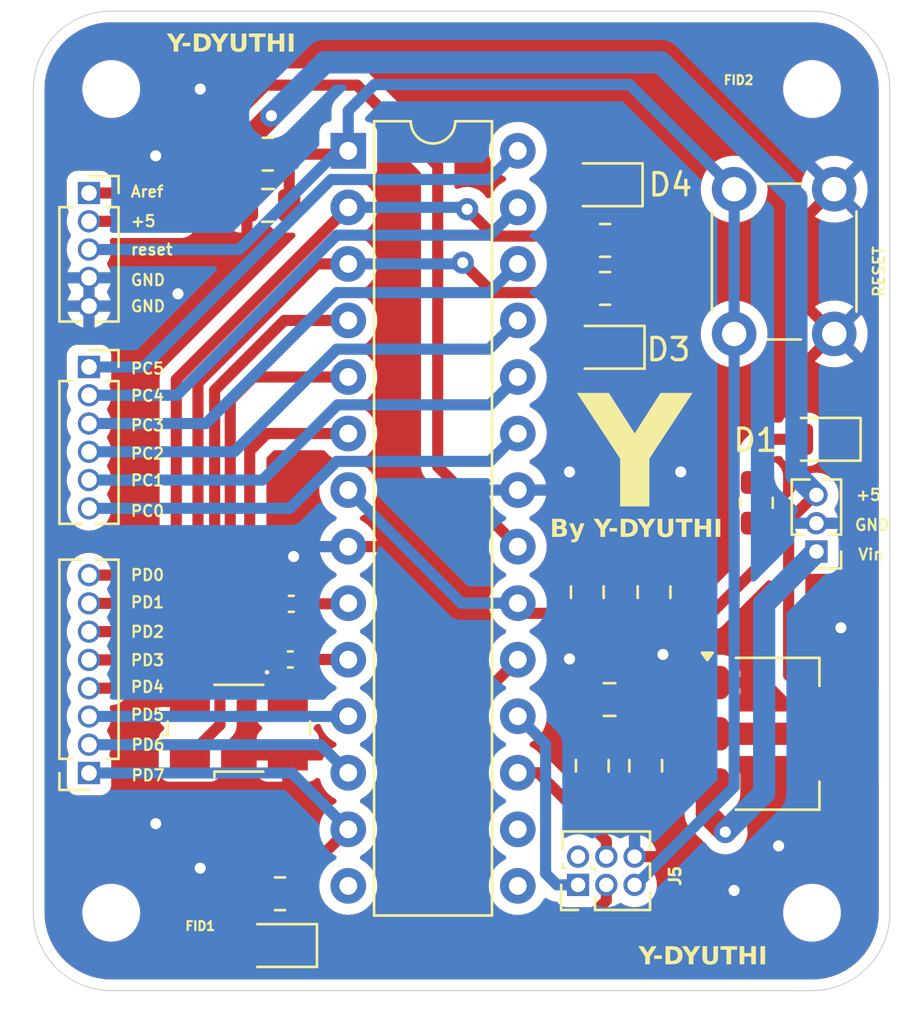
<source format=kicad_pcb>
(kicad_pcb (version 20240108) (generator "pcbnew") (generator_version "8.0")
  (layers (0 "F.Cu" signal) (31 "B.Cu" signal) (34 "B.Paste" user) (35 "F.Paste" user) (36 "B.SilkS" user "B.Silkscreen") (37 "F.SilkS" user "F.Silkscreen") (38 "B.Mask" user) (39 "F.Mask" user) (44 "Edge.Cuts" user))
  (net 0 "")
  (net 1 "Net-(J1-Pin_1)")
  (net 2 "+5V")
  (net 3 "clkin1")
  (net 4 "GND")
  (net 5 "clkin2")
  (net 6 "reset")
  (net 7 "Net-(D1-A)")
  (net 8 "Net-(D2-A)")
  (net 9 "Net-(D3-A)")
  (net 10 "Net-(D4-A)")
  (net 11 "Net-(J2-Pin_2)")
  (net 12 "Net-(J2-Pin_4)")
  (net 13 "Net-(J2-Pin_1)")
  (net 14 "Net-(J2-Pin_5)")
  (net 15 "Net-(J2-Pin_6)")
  (net 16 "Net-(J2-Pin_3)")
  (net 17 "Net-(J3-Pin_5)")
  (net 18 "Net-(J3-Pin_2)")
  (net 19 "Net-(J3-Pin_3)")
  (net 20 "Net-(J3-Pin_7)")
  (net 21 "Net-(J3-Pin_1)")
  (net 22 "Net-(J3-Pin_4)")
  (net 23 "Net-(J3-Pin_8)")
  (net 24 "Net-(J3-Pin_6)")
  (net 28 "Net-(J4-Pin_1)")
  (net 29 "MOSI")
  (net 30 "SCK")
  (net 31 "MISO")
  (footprint "Connector_PinSocket_1.27mm:PinSocket_1x05_P1.27mm_Vertical" (layer "F.Cu") (at 124 82.67)
    (property "Reference" "J4" (hide yes))
    (property "Value" "extr" (hide yes))
    (fp_line (start -1.33 0.635) (end -1.33 5.775) (stroke (width 0.12)) (layer "F.SilkS"))
    (fp_line (start -1.33 0.635) (end -0.76 0.635) (stroke (width 0.12)) (layer "F.SilkS"))
    (fp_line (start -1.33 5.775) (end -0.30753 5.775) (stroke (width 0.12)) (layer "F.SilkS"))
    (fp_line (start 0 -0.76) (end 1.33 -0.76) (stroke (width 0.12)) (layer "F.SilkS"))
    (fp_line (start 0.30753 5.775) (end 1.33 5.775) (stroke (width 0.12)) (layer "F.SilkS"))
    (fp_line (start 0.76 0.635) (end 1.33 0.635) (stroke (width 0.12)) (layer "F.SilkS"))
    (fp_line (start 1.33 -0.76) (end 1.33 0) (stroke (width 0.12)) (layer "F.SilkS"))
    (fp_line (start 1.33 0.635) (end 1.33 5.775) (stroke (width 0.12)) (layer "F.SilkS"))
    (pad "1" thru_hole rect (at 0 0) (size 1 1) (drill 0.7) (layers "*.Cu" "*.Mask") (net 28 "Net-(J4-Pin_1)"))
    (pad "2" thru_hole oval (at 0 1.27) (size 1 1) (drill 0.7) (layers "*.Cu" "*.Mask") (net 2 "+5V"))
    (pad "3" thru_hole oval (at 0 2.54) (size 1 1) (drill 0.7) (layers "*.Cu" "*.Mask") (net 6 "reset"))
    (pad "4" thru_hole oval (at 0 3.81) (size 1 1) (drill 0.7) (layers "*.Cu" "*.Mask") (net 4 "GND"))
    (pad "5" thru_hole oval (at 0 5.08) (size 1 1) (drill 0.7) (layers "*.Cu" "*.Mask") (net 4 "GND"))
  )
  (footprint "MountingHole:MountingHole_2.1mm" (layer "F.Cu") (at 156.5 115)
    (property "Reference" "H4" (hide yes))
    (property "Value" "MountingHole" (hide yes))
    (pad "" np_thru_hole circle (at 0 0) (size 2.1 2.1) (drill 2.1) (layers "*.Cu" "*.Mask"))
  )
  (footprint "Capacitor_SMD:C_0402_1005Metric" (layer "F.Cu") (at 133.05 103.625 180)
    (property "Reference" "C6" (hide yes))
    (property "Value" "22pF" (hide yes))
    (fp_line (start -0.107836 0.36) (end 0.107836 0.36) (stroke (width 0.12)) (layer "F.SilkS"))
    (fp_line (start -0.107836 -0.36) (end 0.107836 -0.36) (stroke (width 0.12)) (layer "F.SilkS"))
    (pad "1" smd roundrect (at -0.48 0 180) (size 0.56 0.62) (layers "F.Cu" "F.Paste" "F.Mask") (net 5 "clkin2"))
    (pad "2" smd roundrect (at 0.48 0 180) (size 0.56 0.62) (layers "F.Cu" "F.Paste" "F.Mask") (net 4 "GND"))
  )
  (footprint "LED_SMD:LED_0805_2012Metric" (layer "F.Cu") (at 147.2875 89.6 180)
    (property "Reference" "D3" (at -2.7625 -0.1 180) (layer "F.SilkS"))
    (property "Value" "LED_Tx" (hide yes))
    (fp_line (start 1 -0.96) (end -1.685 -0.96) (stroke (width 0.12)) (layer "F.SilkS"))
    (fp_line (start -1.685 0.96) (end 1 0.96) (stroke (width 0.12)) (layer "F.SilkS"))
    (fp_line (start -1.685 -0.96) (end -1.685 0.96) (stroke (width 0.12)) (layer "F.SilkS"))
    (pad "1" smd roundrect (at -0.9375 0 180) (size 0.975 1.4) (layers "F.Cu" "F.Paste" "F.Mask") (net 4 "GND"))
    (pad "2" smd roundrect (at 0.9375 0 180) (size 0.975 1.4) (layers "F.Cu" "F.Paste" "F.Mask") (net 9 "Net-(D3-A)"))
  )
  (footprint "LED_SMD:LED_0805_2012Metric" (layer "F.Cu") (at 132.5625 116.475 180)
    (property "Reference" "D2" (hide yes))
    (property "Value" "LED_status" (hide yes))
    (fp_line (start 1 -0.96) (end -1.685 -0.96) (stroke (width 0.12)) (layer "F.SilkS"))
    (fp_line (start -1.685 0.96) (end 1 0.96) (stroke (width 0.12)) (layer "F.SilkS"))
    (fp_line (start -1.685 -0.96) (end -1.685 0.96) (stroke (width 0.12)) (layer "F.SilkS"))
    (pad "1" smd roundrect (at -0.9375 0 180) (size 0.975 1.4) (layers "F.Cu" "F.Paste" "F.Mask") (net 4 "GND"))
    (pad "2" smd roundrect (at 0.9375 0 180) (size 0.975 1.4) (layers "F.Cu" "F.Paste" "F.Mask") (net 8 "Net-(D2-A)"))
  )
  (footprint "Resistor_SMD:R_0805_2012Metric" (layer "F.Cu") (at 132.5875 114.15)
    (property "Reference" "R3" (hide yes))
    (property "Value" "10k" (hide yes))
    (fp_line (start -0.227064 -0.735) (end 0.227064 -0.735) (stroke (width 0.12)) (layer "F.SilkS"))
    (fp_line (start -0.227064 0.735) (end 0.227064 0.735) (stroke (width 0.12)) (layer "F.SilkS"))
    (pad "1" smd roundrect (at -0.9125 0) (size 1.025 1.4) (layers "F.Cu" "F.Paste" "F.Mask") (roundrect_rratio 0.243902) (net 8 "Net-(D2-A)"))
    (pad "2" smd roundrect (at 0.9125 0) (size 1.025 1.4) (layers "F.Cu" "F.Paste" "F.Mask") (roundrect_rratio 0.243902) (net 21 "Net-(J3-Pin_1)"))
  )
  (footprint "Button_Switch_THT:SW_PUSH_6mm" (layer "F.Cu") (at 157.5 82.5 -90)
    (property "Reference" "SW1" (hide yes))
    (property "Value" "SW_Push" (hide yes))
    (fp_line (start 1 5.5) (end 5.5 5.5) (stroke (width 0.12)) (layer "F.SilkS"))
    (fp_line (start 6.75 3) (end 6.75 1.5) (stroke (width 0.12)) (layer "F.SilkS"))
    (fp_line (start -0.25 1.5) (end -0.25 3) (stroke (width 0.12)) (layer "F.SilkS"))
    (fp_line (start 5.5 -1) (end 1 -1) (stroke (width 0.12)) (layer "F.SilkS"))
    (pad "1" thru_hole circle (at 0 0) (size 2 2) (drill 1.1) (layers "*.Cu" "*.Mask") (net 4 "GND"))
    (pad "1" thru_hole circle (at 6.5 0) (size 2 2) (drill 1.1) (layers "*.Cu" "*.Mask") (net 4 "GND"))
    (pad "2" thru_hole circle (at 0 4.5) (size 2 2) (drill 1.1) (layers "*.Cu" "*.Mask") (net 6 "reset"))
    (pad "2" thru_hole circle (at 6.5 4.5) (size 2 2) (drill 1.1) (layers "*.Cu" "*.Mask") (net 6 "reset"))
  )
  (footprint "Capacitor_SMD:C_0805_2012Metric" (layer "F.Cu") (at 146.4 100.6 90)
    (property "Reference" "C3" (hide yes))
    (property "Value" "100nF" (hide yes))
    (fp_line (start -0.261252 -0.735) (end 0.261252 -0.735) (stroke (width 0.12)) (layer "F.SilkS"))
    (fp_line (start -0.261252 0.735) (end 0.261252 0.735) (stroke (width 0.12)) (layer "F.SilkS"))
    (pad "1" smd roundrect (at -0.95 0 90) (size 1 1.45) (layers "F.Cu" "F.Paste" "F.Mask") (net 2 "+5V"))
    (pad "2" smd roundrect (at 0.95 0 90) (size 1 1.45) (layers "F.Cu" "F.Paste" "F.Mask") (net 4 "GND"))
  )
  (footprint "Resistor_SMD:R_0805_2012Metric" (layer "F.Cu") (at 147.2 86.95625 180)
    (property "Reference" "R4" (hide yes))
    (property "Value" "10k" (hide yes))
    (fp_line (start -0.227064 0.735) (end 0.227064 0.735) (stroke (width 0.12)) (layer "F.SilkS"))
    (fp_line (start -0.227064 -0.735) (end 0.227064 -0.735) (stroke (width 0.12)) (layer "F.SilkS"))
    (pad "1" smd roundrect (at -0.9125 0 180) (size 1.025 1.4) (layers "F.Cu" "F.Paste" "F.Mask") (roundrect_rratio 0.243902) (net 9 "Net-(D3-A)"))
    (pad "2" smd roundrect (at 0.9125 0 180) (size 1.025 1.4) (layers "F.Cu" "F.Paste" "F.Mask") (roundrect_rratio 0.243902) (net 20 "Net-(J3-Pin_7)"))
  )
  (footprint "MountingHole:MountingHole_2.1mm" (layer "F.Cu") (at 125 78)
    (property "Reference" "H1" (hide yes))
    (property "Value" "MountingHole" (hide yes))
    (pad "" np_thru_hole circle (at 0 0) (size 2.1 2.1) (drill 2.1) (layers "*.Cu" "*.Mask"))
  )
  (footprint "Crystal:Crystal_SMD_0603-4Pin_6.0x3.5mm" (layer "F.Cu") (at 130.7375 106.7125)
    (property "Reference" "Y1" (hide yes))
    (property "Value" "Crystal_16MHz" (hide yes))
    (fp_line (start -3.44 0.3) (end -3.2 0.3) (stroke (width 0.12)) (layer "F.SilkS"))
    (fp_line (start -3.2 0.3) (end -3.2 -0.3) (stroke (width 0.12)) (layer "F.SilkS"))
    (fp_line (start -1.1 -1.95) (end 1.1 -1.95) (stroke (width 0.12)) (layer "F.SilkS"))
    (fp_line (start -1.1 1.95) (end -1.1 2.19) (stroke (width 0.12)) (layer "F.SilkS"))
    (fp_line (start 1.1 1.95) (end -1.1 1.95) (stroke (width 0.12)) (layer "F.SilkS"))
    (fp_line (start 3.2 -0.3) (end 3.2 0.3) (stroke (width 0.12)) (layer "F.SilkS"))
    (pad "1" smd rect (at -2.2 1.2) (size 1.8 1.4) (layers "F.Cu" "F.Paste" "F.Mask") (net 3 "clkin1"))
    (pad "2" smd rect (at 2.2 1.2) (size 1.8 1.4) (layers "F.Cu" "F.Paste" "F.Mask") (net 4 "GND"))
    (pad "3" smd rect (at 2.2 -1.2) (size 1.8 1.4) (layers "F.Cu" "F.Paste" "F.Mask") (net 5 "clkin2"))
    (pad "4" smd rect (at -2.2 -1.2) (size 1.8 1.4) (layers "F.Cu" "F.Paste" "F.Mask") (net 4 "GND"))
  )
  (footprint "MountingHole:MountingHole_2.1mm" (layer "F.Cu") (at 125 115)
    (property "Reference" "H3" (hide yes))
    (property "Value" "MountingHole" (hide yes))
    (pad "" np_thru_hole circle (at 0 0) (size 2.1 2.1) (drill 2.1) (layers "*.Cu" "*.Mask"))
  )
  (footprint "Connector_PinHeader_1.27mm:PinHeader_1x03_P1.27mm_Vertical" (layer "F.Cu") (at 156.7 98.775 180)
    (property "Reference" "J1" (hide yes))
    (property "Value" "Power" (hide yes))
    (fp_line (start 1.11 0.76) (end 1.11 3.235) (stroke (width 0.12)) (layer "F.SilkS"))
    (fp_line (start 0.563471 0.76) (end 1.11 0.76) (stroke (width 0.12)) (layer "F.SilkS"))
    (fp_line (start 0.30753 3.235) (end 1.11 3.235) (stroke (width 0.12)) (layer "F.SilkS"))
    (fp_line (start -1.11 3.235) (end -0.30753 3.235) (stroke (width 0.12)) (layer "F.SilkS"))
    (fp_line (start -1.11 0.76) (end -0.563471 0.76) (stroke (width 0.12)) (layer "F.SilkS"))
    (fp_line (start -1.11 0.76) (end -1.11 3.235) (stroke (width 0.12)) (layer "F.SilkS"))
    (fp_line (start -1.11 0) (end -1.11 -0.76) (stroke (width 0.12)) (layer "F.SilkS"))
    (fp_line (start -1.11 -0.76) (end 0 -0.76) (stroke (width 0.12)) (layer "F.SilkS"))
    (pad "1" thru_hole rect (at 0 0 180) (size 1 1) (drill 0.65) (layers "*.Cu" "*.Mask") (net 1 "Net-(J1-Pin_1)"))
    (pad "2" thru_hole oval (at 0 1.27 180) (size 1 1) (drill 0.65) (layers "*.Cu" "*.Mask") (net 4 "GND"))
    (pad "3" thru_hole oval (at 0 2.54 180) (size 1 1) (drill 0.65) (layers "*.Cu" "*.Mask") (net 2 "+5V"))
  )
  (footprint "Capacitor_SMD:C_0402_1005Metric" (layer "F.Cu") (at 133.095 101.125 180)
    (property "Reference" "C5" (hide yes))
    (property "Value" "22pF" (hide yes))
    (fp_line (start -0.107836 0.36) (end 0.107836 0.36) (stroke (width 0.12)) (layer "F.SilkS"))
    (fp_line (start -0.107836 -0.36) (end 0.107836 -0.36) (stroke (width 0.12)) (layer "F.SilkS"))
    (pad "1" smd roundrect (at -0.48 0 180) (size 0.56 0.62) (layers "F.Cu" "F.Paste" "F.Mask") (net 3 "clkin1"))
    (pad "2" smd roundrect (at 0.48 0 180) (size 0.56 0.62) (layers "F.Cu" "F.Paste" "F.Mask") (net 4 "GND"))
  )
  (footprint "Resistor_SMD:R_0805_2012Metric" (layer "F.Cu") (at 154 96.5875 -90)
    (property "Reference" "R1" (hide yes))
    (property "Value" "10k" (hide yes))
    (fp_line (start -0.227064 0.735) (end 0.227064 0.735) (stroke (width 0.12)) (layer "F.SilkS"))
    (fp_line (start -0.227064 -0.735) (end 0.227064 -0.735) (stroke (width 0.12)) (layer "F.SilkS"))
    (pad "1" smd roundrect (at -0.9125 0 270) (size 1.025 1.4) (layers "F.Cu" "F.Paste" "F.Mask") (roundrect_rratio 0.243902) (net 7 "Net-(D1-A)"))
    (pad "2" smd roundrect (at 0.9125 0 270) (size 1.025 1.4) (layers "F.Cu" "F.Paste" "F.Mask") (roundrect_rratio 0.243902) (net 2 "+5V"))
  )
  (footprint "Fiducial:Fiducial_0.5mm_Mask1.5mm" (layer "F.Cu") (at 128.5 117)
    (property "Reference" "FID1" (at 0.5 -1.4 0) (layer "F.SilkS") (effects (font (size 0.4 0.4) (thickness 0.1) (bold yes))))
    (property "Value" "Fiducial" (hide yes))
    (pad "" smd circle (at 0 0) (size 0.5 0.5) (layers "F.Cu" "F.Mask") (clearance 0.5))
  )
  (footprint "LED_SMD:LED_0805_2012Metric" (layer "F.Cu") (at 147.2 82.3 180)
    (property "Reference" "D4" (at -2.9375 0 180) (layer "F.SilkS"))
    (property "Value" "LED_Rx" (hide yes))
    (fp_line (start 1 -0.96) (end -1.685 -0.96) (stroke (width 0.12)) (layer "F.SilkS"))
    (fp_line (start -1.685 0.96) (end 1 0.96) (stroke (width 0.12)) (layer "F.SilkS"))
    (fp_line (start -1.685 -0.96) (end -1.685 0.96) (stroke (width 0.12)) (layer "F.SilkS"))
    (pad "1" smd roundrect (at -0.9375 0 180) (size 0.975 1.4) (layers "F.Cu" "F.Paste" "F.Mask") (net 4 "GND"))
    (pad "2" smd roundrect (at 0.9375 0 180) (size 0.975 1.4) (layers "F.Cu" "F.Paste" "F.Mask") (net 10 "Net-(D4-A)"))
  )
  (footprint "Capacitor_SMD:C_0805_2012Metric" (layer "F.Cu") (at 146.625 108.4 90)
    (property "Reference" "C2" (hide yes))
    (property "Value" "100nF" (hide yes))
    (fp_line (start -0.261252 -0.735) (end 0.261252 -0.735) (stroke (width 0.12)) (layer "F.SilkS"))
    (fp_line (start -0.261252 0.735) (end 0.261252 0.735) (stroke (width 0.12)) (layer "F.SilkS"))
    (pad "1" smd roundrect (at -0.95 0 90) (size 1 1.45) (layers "F.Cu" "F.Paste" "F.Mask") (net 1 "Net-(J1-Pin_1)"))
    (pad "2" smd roundrect (at 0.95 0 90) (size 1 1.45) (layers "F.Cu" "F.Paste" "F.Mask") (net 4 "GND"))
  )
  (footprint "Package_DIP:DIP-28_W7.62mm" (layer "F.Cu") (at 135.655 80.775)
    (property "Reference" "U1" (hide yes))
    (property "Value" "ATmega328-P" (hide yes))
    (fp_line (start 1.16 -1.33) (end 1.16 34.35) (stroke (width 0.12)) (layer "F.SilkS"))
    (fp_line (start 1.16 34.35) (end 6.46 34.35) (stroke (width 0.12)) (layer "F.SilkS"))
    (fp_line (start 2.81 -1.33) (end 1.16 -1.33) (stroke (width 0.12)) (layer "F.SilkS"))
    (fp_line (start 6.46 -1.33) (end 4.81 -1.33) (stroke (width 0.12)) (layer "F.SilkS"))
    (fp_line (start 6.46 34.35) (end 6.46 -1.33) (stroke (width 0.12)) (layer "F.SilkS"))
    (fp_arc (start 4.81 -1.33) (mid 3.81 -0.33) (end 2.81 -1.33) (stroke (width 0.12)) (layer "F.SilkS"))
    (pad "1" thru_hole rect (at 0 0) (size 1.6 1.6) (drill 0.8) (layers "*.Cu" "*.Mask") (net 6 "reset"))
    (pad "2" thru_hole oval (at 0 2.54) (size 1.6 1.6) (drill 0.8) (layers "*.Cu" "*.Mask") (net 23 "Net-(J3-Pin_8)"))
    (pad "3" thru_hole oval (at 0 5.08) (size 1.6 1.6) (drill 0.8) (layers "*.Cu" "*.Mask") (net 20 "Net-(J3-Pin_7)"))
    (pad "4" thru_hole oval (at 0 7.62) (size 1.6 1.6) (drill 0.8) (layers "*.Cu" "*.Mask") (net 24 "Net-(J3-Pin_6)"))
    (pad "5" thru_hole oval (at 0 10.16) (size 1.6 1.6) (drill 0.8) (layers "*.Cu" "*.Mask") (net 17 "Net-(J3-Pin_5)"))
    (pad "6" thru_hole oval (at 0 12.7) (size 1.6 1.6) (drill 0.8) (layers "*.Cu" "*.Mask") (net 22 "Net-(J3-Pin_4)"))
    (pad "7" thru_hole oval (at 0 15.24) (size 1.6 1.6) (drill 0.8) (layers "*.Cu" "*.Mask") (net 2 "+5V"))
    (pad "8" thru_hole oval (at 0 17.78) (size 1.6 1.6) (drill 0.8) (layers "*.Cu" "*.Mask") (net 4 "GND"))
    (pad "9" thru_hole oval (at 0 20.32) (size 1.6 1.6) (drill 0.8) (layers "*.Cu" "*.Mask") (net 3 "clkin1"))
    (pad "10" thru_hole oval (at 0 22.86) (size 1.6 1.6) (drill 0.8) (layers "*.Cu" "*.Mask") (net 5 "clkin2"))
    (pad "11" thru_hole oval (at 0 25.4) (size 1.6 1.6) (drill 0.8) (layers "*.Cu" "*.Mask") (net 19 "Net-(J3-Pin_3)"))
    (pad "12" thru_hole oval (at 0 27.94) (size 1.6 1.6) (drill 0.8) (layers "*.Cu" "*.Mask") (net 18 "Net-(J3-Pin_2)"))
    (pad "13" thru_hole oval (at 0 30.48) (size 1.6 1.6) (drill 0.8) (layers "*.Cu" "*.Mask") (net 21 "Net-(J3-Pin_1)"))
    (pad "14" thru_hole oval (at 0 33.02) (size 1.6 1.6) (drill 0.8) (layers "*.Cu" "*.Mask"))
    (pad "15" thru_hole oval (at 7.62 33.02) (size 1.6 1.6) (drill 0.8) (layers "*.Cu" "*.Mask"))
    (pad "16" thru_hole oval (at 7.62 30.48) (size 1.6 1.6) (drill 0.8) (layers "*.Cu" "*.Mask"))
    (pad "17" thru_hole oval (at 7.62 27.94) (size 1.6 1.6) (drill 0.8) (layers "*.Cu" "*.Mask") (net 29 "MOSI"))
    (pad "18" thru_hole oval (at 7.62 25.4) (size 1.6 1.6) (drill 0.8) (layers "*.Cu" "*.Mask") (net 31 "MISO"))
    (pad "19" thru_hole oval (at 7.62 22.86) (size 1.6 1.6) (drill 0.8) (layers "*.Cu" "*.Mask") (net 30 "SCK"))
    (pad "20" thru_hole oval (at 7.62 20.32) (size 1.6 1.6) (drill 0.8) (layers "*.Cu" "*.Mask") (net 2 "+5V"))
    (pad "21" thru_hole oval (at 7.62 17.78) (size 1.6 1.6) (drill 0.8) (layers "*.Cu" "*.Mask") (net 28 "Net-(J4-Pin_1)"))
    (pad "22" thru_hole oval (at 7.62 15.24) (size 1.6 1.6) (drill 0.8) (layers "*.Cu" "*.Mask") (net 4 "GND"))
    (pad "23" thru_hole oval (at 7.62 12.7) (size 1.6 1.6) (drill 0.8) (layers "*.Cu" "*.Mask") (net 15 "Net-(J2-Pin_6)"))
    (pad "24" thru_hole oval (at 7.62 10.16) (size 1.6 1.6) (drill 0.8) (layers "*.Cu" "*.Mask") (net 14 "Net-(J2-Pin_5)"))
    (pad "25" thru_hole oval (at 7.62 7.62) (size 1.6 1.6) (drill 0.8) (layers "*.Cu" "*.Mask") (net 12 "Net-(J2-Pin_4)"))
    (pad "26" thru_hole oval (at 7.62 5.08) (size 1.6 1.6) (drill 0.8) (layers "*.Cu" "*.Mask") (net 16 "Net-(J2-Pin_3)"))
    (pad "27" thru_hole oval (at 7.62 2.54) (size 1.6 1.6) (drill 0.8) (layers "*.Cu" "*.Mask") (net 11 "Net-(J2-Pin_2)"))
    (pad "28" thru_hole oval (at 7.62 0) (size 1.6 1.6) (drill 0.8) (layers "*.Cu" "*.Mask") (net 13 "Net-(J2-Pin_1)"))
  )
  (footprint "LED_SMD:LED_0805_2012Metric" (layer "F.Cu") (at 157 93.735 180)
    (property "Reference" "D1" (at 3.05 -0.04 180) (layer "F.SilkS"))
    (property "Value" "LED" (hide yes))
    (fp_line (start 1 -0.96) (end -1.685 -0.96) (stroke (width 0.12)) (layer "F.SilkS"))
    (fp_line (start -1.685 0.96) (end 1 0.96) (stroke (width 0.12)) (layer "F.SilkS"))
    (fp_line (start -1.685 -0.96) (end -1.685 0.96) (stroke (width 0.12)) (layer "F.SilkS"))
    (pad "1" smd roundrect (at -0.9375 0 180) (size 0.975 1.4) (layers "F.Cu" "F.Paste" "F.Mask") (net 4 "GND"))
    (pad "2" smd roundrect (at 0.9375 0 180) (size 0.975 1.4) (layers "F.Cu" "F.Paste" "F.Mask") (net 7 "Net-(D1-A)"))
  )
  (footprint "Capacitor_SMD:C_0805_2012Metric" (layer "F.Cu") (at 147.4 105.425)
    (property "Reference" "C7" (hide yes))
    (property "Value" "10uF" (hide yes))
    (fp_line (start -0.261252 -0.735) (end 0.261252 -0.735) (stroke (width 0.12)) (layer "F.SilkS"))
    (fp_line (start -0.261252 0.735) (end 0.261252 0.735) (stroke (width 0.12)) (layer "F.SilkS"))
    (pad "1" smd roundrect (at -0.95 0) (size 1 1.45) (layers "F.Cu" "F.Paste" "F.Mask") (net 4 "GND"))
    (pad "2" smd roundrect (at 0.95 0) (size 1 1.45) (layers "F.Cu" "F.Paste" "F.Mask") (net 2 "+5V"))
  )
  (footprint "Capacitor_SMD:C_0805_2012Metric" (layer "F.Cu") (at 149.4 100.6 90)
    (property "Reference" "C4" (hide yes))
    (property "Value" "10uF" (hide yes))
    (fp_line (start -0.261252 -0.735) (end 0.261252 -0.735) (stroke (width 0.12)) (layer "F.SilkS"))
    (fp_line (start -0.261252 0.735) (end 0.261252 0.735) (stroke (width 0.12)) (layer "F.SilkS"))
    (pad "1" smd roundrect (at -0.95 0 90) (size 1 1.45) (layers "F.Cu" "F.Paste" "F.Mask") (net 2 "+5V"))
    (pad "2" smd roundrect (at 0.95 0 90) (size 1 1.45) (layers "F.Cu" "F.Paste" "F.Mask") (net 4 "GND"))
  )
  (footprint "Package_TO_SOT_SMD:SOT-223-3_TabPin2" (layer "F.Cu") (at 154.925 106.9625)
    (property "Reference" "U2" (hide yes))
    (property "Value" "AMS1117-5.0" (hide yes))
    (fp_line (start -1.85 -3.41) (end 1.91 -3.41) (stroke (width 0.12)) (layer "F.SilkS"))
    (fp_line (start -1.85 3.41) (end 1.91 3.41) (stroke (width 0.12)) (layer "F.SilkS"))
    (fp_line (start 1.91 -3.41) (end 1.91 -2.15) (stroke (width 0.12)) (layer "F.SilkS"))
    (fp_line (start 1.91 3.41) (end 1.91 2.15) (stroke (width 0.12)) (layer "F.SilkS"))
    (fp_poly (pts (xy -3.13 -3.31) (xy -3.37 -3.64) (xy -2.89 -3.64) (xy -3.13 -3.31)) (stroke (width 0.12)) (fill solid) (layer "F.SilkS"))
    (pad "1" smd roundrect (at -3.15 -2.3) (size 2 1.5) (layers "F.Cu" "F.Paste" "F.Mask") (net 4 "GND"))
    (pad "2" smd roundrect (at -3.15 0) (size 2 1.5) (layers "F.Cu" "F.Paste" "F.Mask") (net 2 "+5V"))
    (pad "2" smd roundrect (at 3.15 0) (size 2 3.8) (layers "F.Cu" "F.Paste" "F.Mask") (net 2 "+5V"))
    (pad "3" smd roundrect (at -3.15 2.3) (size 2 1.5) (layers "F.Cu" "F.Paste" "F.Mask") (net 1 "Net-(J1-Pin_1)"))
  )
  (footprint "Connector_PinHeader_1.27mm:PinHeader_2x03_P1.27mm_Vertical" (layer "F.Cu") (at 145.985 113.75 90)
    (property "Reference" "J5" (at 0.4 4.365 270) (layer "F.SilkS") (effects (font (size 0.5 0.5) (thickness 0.125))))
    (property "Value" "AVR-ISP-6" (hide yes))
    (fp_line (start -1.13 -0.76) (end 0 -0.76) (stroke (width 0.12)) (layer "F.SilkS"))
    (fp_line (start 2.4 -0.695) (end 2.4 3.235) (stroke (width 0.12)) (layer "F.SilkS"))
    (fp_line (start 1.57753 -0.695) (end 2.4 -0.695) (stroke (width 0.12)) (layer "F.SilkS"))
    (fp_line (start 0.76 -0.695) (end 0.96247 -0.695) (stroke (width 0.12)) (layer "F.SilkS"))
    (fp_line (start 0.76 -0.563471) (end 0.76 -0.695) (stroke (width 0.12)) (layer "F.SilkS"))
    (fp_line (start -1.13 0) (end -1.13 -0.76) (stroke (width 0.12)) (layer "F.SilkS"))
    (fp_line (start 0.76 0.706529) (end 0.76 0.563471) (stroke (width 0.12)) (layer "F.SilkS"))
    (fp_line (start 0.563471 0.76) (end 0.706529 0.76) (stroke (width 0.12)) (layer "F.SilkS"))
    (fp_line (start -1.13 0.76) (end -0.563471 0.76) (stroke (width 0.12)) (layer "F.SilkS"))
    (fp_line (start -1.13 0.76) (end -1.13 3.235) (stroke (width 0.12)) (layer "F.SilkS"))
    (fp_line (start 1.57753 3.235) (end 2.4 3.235) (stroke (width 0.12)) (layer "F.SilkS"))
    (fp_line (start 0.30753 3.235) (end 0.96247 3.235) (stroke (width 0.12)) (layer "F.SilkS"))
    (fp_line (start -1.13 3.235) (end -0.30753 3.235) (stroke (width 0.12)) (layer "F.SilkS"))
    (pad "1" thru_hole rect (at 0 0 90) (size 1 1) (drill 0.65) (layers "*.Cu" "*.Mask") (net 31 "MISO"))
    (pad "2" thru_hole oval (at 1.27 0 90) (size 1 1) (drill 0.65) (layers "*.Cu" "*.Mask"))
    (pad "3" thru_hole oval (at 0 1.27 90) (size 1 1) (drill 0.65) (layers "*.Cu" "*.Mask") (net 30 "SCK"))
    (pad "4" thru_hole oval (at 1.27 1.27 90) (size 1 1) (drill 0.65) (layers "*.Cu" "*.Mask") (net 29 "MOSI"))
    (pad "5" thru_hole oval (at 0 2.54 90) (size 1 1) (drill 0.65) (layers "*.Cu" "*.Mask") (net 6 "reset"))
    (pad "6" thru_hole oval (at 1.27 2.54 90) (size 1 1) (drill 0.65) (layers "*.Cu" "*.Mask") (net 4 "GND"))
  )
  (footprint "MountingHole:MountingHole_2.1mm" (layer "F.Cu") (at 156.5 78)
    (property "Reference" "H2" (hide yes))
    (property "Value" "MountingHole" (hide yes))
    (pad "" np_thru_hole circle (at 0 0) (size 2.1 2.1) (drill 2.1) (layers "*.Cu" "*.Mask"))
  )
  (footprint "Connector_PinSocket_1.27mm:PinSocket_1x08_P1.27mm_Vertical" (layer "F.Cu") (at 124 108.725 180)
    (property "Reference" "J3" (hide yes))
    (property "Value" "Digital I/O" (hide yes))
    (fp_line (start 1.33 0.635) (end 1.33 9.585) (stroke (width 0.12)) (layer "F.SilkS"))
    (fp_line (start 1.33 -0.76) (end 1.33 0) (stroke (width 0.12)) (layer "F.SilkS"))
    (fp_line (start 0.76 0.635) (end 1.33 0.635) (stroke (width 0.12)) (layer "F.SilkS"))
    (fp_line (start 0.30753 9.585) (end 1.33 9.585) (stroke (width 0.12)) (layer "F.SilkS"))
    (fp_line (start 0 -0.76) (end 1.33 -0.76) (stroke (width 0.12)) (layer "F.SilkS"))
    (fp_line (start -1.33 9.585) (end -0.30753 9.585) (stroke (width 0.12)) (layer "F.SilkS"))
    (fp_line (start -1.33 0.635) (end -0.76 0.635) (stroke (width 0.12)) (layer "F.SilkS"))
    (fp_line (start -1.33 0.635) (end -1.33 9.585) (stroke (width 0.12)) (layer "F.SilkS"))
    (pad "1" thru_hole rect (at 0 0 180) (size 1 1) (drill 0.7) (layers "*.Cu" "*.Mask") (net 21 "Net-(J3-Pin_1)"))
    (pad "2" thru_hole oval (at 0 1.27 180) (size 1 1) (drill 0.7) (layers "*.Cu" "*.Mask") (net 18 "Net-(J3-Pin_2)"))
    (pad "3" thru_hole oval (at 0 2.54 180) (size 1 1) (drill 0.7) (layers "*.Cu" "*.Mask") (net 19 "Net-(J3-Pin_3)"))
    (pad "4" thru_hole oval (at 0 3.81 180) (size 1 1) (drill 0.7) (layers "*.Cu" "*.Mask") (net 22 "Net-(J3-Pin_4)"))
    (pad "5" thru_hole oval (at 0 5.08 180) (size 1 1) (drill 0.7) (layers "*.Cu" "*.Mask") (net 17 "Net-(J3-Pin_5)"))
    (pad "6" thru_hole oval (at 0 6.35 180) (size 1 1) (drill 0.7) (layers "*.Cu" "*.Mask") (net 24 "Net-(J3-Pin_6)"))
    (pad "7" thru_hole oval (at 0 7.62 180) (size 1 1) (drill 0.7) (layers "*.Cu" "*.Mask") (net 20 "Net-(J3-Pin_7)"))
    (pad "8" thru_hole oval (at 0 8.89 180) (size 1 1) (drill 0.7) (layers "*.Cu" "*.Mask") (net 23 "Net-(J3-Pin_8)"))
  )
  (footprint "Connector_PinSocket_1.27mm:PinSocket_1x06_P1.27mm_Vertical" (layer "F.Cu") (at 124 90.485)
    (property "Reference" "J2" (hide yes))
    (property "Value" "Analog I/O" (hide yes))
    (fp_line (start -1.33 0.635) (end -1.33 7.045) (stroke (width 0.12)) (layer "F.SilkS"))
    (fp_line (start -1.33 0.635) (end -0.76 0.635) (stroke (width 0.12)) (layer "F.SilkS"))
    (fp_line (start -1.33 7.045) (end -0.30753 7.045) (stroke (width 0.12)) (layer "F.SilkS"))
    (fp_line (start 0 -0.76) (end 1.33 -0.76) (stroke (width 0.12)) (layer "F.SilkS"))
    (fp_line (start 0.30753 7.045) (end 1.33 7.045) (stroke (width 0.12)) (layer "F.SilkS"))
    (fp_line (start 0.76 0.635) (end 1.33 0.635) (stroke (width 0.12)) (layer "F.SilkS"))
    (fp_line (start 1.33 -0.76) (end 1.33 0) (stroke (width 0.12)) (layer "F.SilkS"))
    (fp_line (start 1.33 0.635) (end 1.33 7.045) (stroke (width 0.12)) (layer "F.SilkS"))
    (pad "1" thru_hole rect (at 0 0) (size 1 1) (drill 0.7) (layers "*.Cu" "*.Mask") (net 13 "Net-(J2-Pin_1)"))
    (pad "2" thru_hole oval (at 0 1.27) (size 1 1) (drill 0.7) (layers "*.Cu" "*.Mask") (net 11 "Net-(J2-Pin_2)"))
    (pad "3" thru_hole oval (at 0 2.54) (size 1 1) (drill 0.7) (layers "*.Cu" "*.Mask") (net 16 "Net-(J2-Pin_3)"))
    (pad "4" thru_hole oval (at 0 3.81) (size 1 1) (drill 0.7) (layers "*.Cu" "*.Mask") (net 12 "Net-(J2-Pin_4)"))
    (pad "5" thru_hole oval (at 0 5.08) (size 1 1) (drill 0.7) (layers "*.Cu" "*.Mask") (net 14 "Net-(J2-Pin_5)"))
    (pad "6" thru_hole oval (at 0 6.35) (size 1 1) (drill 0.7) (layers "*.Cu" "*.Mask") (net 15 "Net-(J2-Pin_6)"))
  )
  (footprint "Resistor_SMD:R_0805_2012Metric" (layer "F.Cu") (at 132.0375 80.925 180)
    (property "Reference" "R2" (hide yes))
    (property "Value" "10k" (hide yes))
    (fp_line (start -0.227064 0.735) (end 0.227064 0.735) (stroke (width 0.12)) (layer "F.SilkS"))
    (fp_line (start -0.227064 -0.735) (end 0.227064 -0.735) (stroke (width 0.12)) (layer "F.SilkS"))
    (pad "1" smd roundrect (at -0.9125 0 180) (size 1.025 1.4) (layers "F.Cu" "F.Paste" "F.Mask") (roundrect_rratio 0.243902) (net 6 "reset"))
    (pad "2" smd roundrect (at 0.9125 0 180) (size 1.025 1.4) (layers "F.Cu" "F.Paste" "F.Mask") (roundrect_rratio 0.243902) (net 2 "+5V"))
  )
  (footprint "Capacitor_SMD:C_0805_2012Metric" (layer "F.Cu") (at 132.05 83.225 180)
    (property "Reference" "C8" (hide yes))
    (property "Value" "100nF" (hide yes))
    (fp_line (start -0.261252 0.735) (end 0.261252 0.735) (stroke (width 0.12)) (layer "F.SilkS"))
    (fp_line (start -0.261252 -0.735) (end 0.261252 -0.735) (stroke (width 0.12)) (layer "F.SilkS"))
    (pad "1" smd roundrect (at -0.95 0 180) (size 1 1.45) (layers "F.Cu" "F.Paste" "F.Mask") (net 6 "reset"))
    (pad "2" smd roundrect (at 0.95 0 180) (size 1 1.45) (layers "F.Cu" "F.Paste" "F.Mask") (net 4 "GND"))
  )
  (footprint "Fiducial:Fiducial_0.5mm_Mask1.5mm" (layer "F.Cu") (at 152.825 76.325)
    (property "Reference" "FID2" (at 0.375 1.275 0) (layer "F.SilkS") (effects (font (size 0.4 0.4) (thickness 0.1) (bold yes))))
    (property "Value" "Fiducial" (hide yes))
    (pad "" smd circle (at 0 0) (size 0.5 0.5) (layers "F.Cu" "F.Mask") (clearance 0.5))
  )
  (footprint "Capacitor_SMD:C_0805_2012Metric" (layer "F.Cu") (at 149.025 108.4 90)
    (property "Reference" "C1" (hide yes))
    (property "Value" "10uF" (hide yes))
    (fp_line (start -0.261252 -0.735) (end 0.261252 -0.735) (stroke (width 0.12)) (layer "F.SilkS"))
    (fp_line (start -0.261252 0.735) (end 0.261252 0.735) (stroke (width 0.12)) (layer "F.SilkS"))
    (pad "1" smd roundrect (at -0.95 0 90) (size 1 1.45) (layers "F.Cu" "F.Paste" "F.Mask") (net 1 "Net-(J1-Pin_1)"))
    (pad "2" smd roundrect (at 0.95 0 90) (size 1 1.45) (layers "F.Cu" "F.Paste" "F.Mask") (net 4 "GND"))
  )
  (footprint "Resistor_SMD:R_0805_2012Metric" (layer "F.Cu") (at 147.2 84.8 180)
    (property "Reference" "R5" (hide yes))
    (property "Value" "10k" (hide yes))
    (fp_line (start -0.227064 0.735) (end 0.227064 0.735) (stroke (width 0.12)) (layer "F.SilkS"))
    (fp_line (start -0.227064 -0.735) (end 0.227064 -0.735) (stroke (width 0.12)) (layer "F.SilkS"))
    (pad "1" smd roundrect (at -0.9125 0 180) (size 1.025 1.4) (layers "F.Cu" "F.Paste" "F.Mask") (roundrect_rratio 0.243902) (net 10 "Net-(D4-A)"))
    (pad "2" smd roundrect (at 0.9125 0 180) (size 1.025 1.4) (layers "F.Cu" "F.Paste" "F.Mask") (roundrect_rratio 0.243902) (net 23 "Net-(J3-Pin_8)"))
  )
  (gr_arc (start 156.5 74.5) (mid 158.974874 75.525126) (end 160 78) (stroke (width 0.05)) (layer "Edge.Cuts"))
  (gr_line (start 125 118.5) (end 156.5 118.5) (stroke (width 0.05)) (layer "Edge.Cuts"))
  (gr_arc (start 125 118.5) (mid 122.525126 117.474874) (end 121.5 115) (stroke (width 0.05)) (layer "Edge.Cuts"))
  (gr_line (start 121.5 115) (end 121.5 78) (stroke (width 0.05)) (layer "Edge.Cuts"))
  (gr_line (start 156.5 74.5) (end 125 74.5) (stroke (width 0.05)) (layer "Edge.Cuts"))
  (gr_line (start 160 78) (end 160 115) (stroke (width 0.05)) (layer "Edge.Cuts"))
  (gr_arc (start 121.5 78) (mid 122.525126 75.525126) (end 125 74.5) (stroke (width 0.05)) (layer "Edge.Cuts"))
  (gr_arc (start 160 115) (mid 158.974874 117.474874) (end 156.5 118.5) (stroke (width 0.05)) (layer "Edge.Cuts"))
  (gr_text "PD2\n" (at 125.825 102.675 0) (layer "F.SilkS") (effects (font (size 0.5 0.5) (thickness 0.1)) (justify left bottom)))
  (gr_text "Y-DYUTHI\n\n" (at 130.4 77.8 0) (layer "F.SilkS") (effects (font (size 0.8 0.8)) (justify bottom)))
  (gr_text "Aref\n" (at 125.825 82.9 0) (layer "F.SilkS") (effects (font (size 0.5 0.5) (thickness 0.1)) (justify left bottom)))
  (gr_text "+5\n" (at 158.425 96.525 0) (layer "F.SilkS") (effects (font (size 0.5 0.5) (thickness 0.1)) (justify left bottom)))
  (gr_text "PC2" (at 125.825 94.675 0) (layer "F.SilkS") (effects (font (size 0.5 0.5) (thickness 0.1)) (justify left bottom)))
  (gr_text "PD3" (at 125.825 103.95 0) (layer "F.SilkS") (effects (font (size 0.5 0.5) (thickness 0.1)) (justify left bottom)))
  (gr_text "reset" (at 125.825 85.5 0) (layer "F.SilkS") (effects (font (size 0.5 0.5) (thickness 0.1)) (justify left bottom)))
  (gr_text "PC5" (at 125.825 90.85 0) (layer "F.SilkS") (effects (font (size 0.5 0.5) (thickness 0.1)) (justify left bottom)))
  (gr_text "+5" (at 125.825 84.225 0) (layer "F.SilkS") (effects (font (size 0.5 0.5) (thickness 0.1)) (justify left bottom)))
  (gr_text "PC4" (at 125.825 92.075 0) (layer "F.SilkS") (effects (font (size 0.5 0.5) (thickness 0.1)) (justify left bottom)))
  (gr_text "Y-DYUTHI\n\n" (at 151.6 118.8 0) (layer "F.SilkS") (effects (font (size 0.8 0.8)) (justify bottom)))
  (gr_text "GND" (at 125.825 86.875 0) (layer "F.SilkS") (effects (font (size 0.5 0.5) (thickness 0.1)) (justify left bottom)))
  (gr_text "By Y-DYUTHI\n\n" (at 148.6 99.6 0) (layer "F.SilkS") (effects (font (size 0.8 0.8)) (justify bottom)))
  (gr_text "PC3" (at 125.825 93.4 0) (layer "F.SilkS") (effects (font (size 0.5 0.5) (thickness 0.1)) (justify left bottom)))
  (gr_text "PC0" (at 125.825 97.25 0) (layer "F.SilkS") (effects (font (size 0.5 0.5) (thickness 0.1)) (justify left bottom)))
  (gr_text "GND" (at 158.375 97.875 0) (layer "F.SilkS") (effects (font (size 0.5 0.5) (thickness 0.1)) (justify left bottom)))
  (gr_text "PD7" (at 125.85 109.125 0) (layer "F.SilkS") (effects (font (size 0.5 0.5) (thickness 0.1)) (justify left bottom)))
  (gr_text "Vin\n" (at 158.525 99.2 0) (layer "F.SilkS") (effects (font (size 0.5 0.5) (thickness 0.1)) (justify left bottom)))
  (gr_text "RESET\n" (at 159.8 87.4 90) (layer "F.SilkS") (effects (font (size 0.5 0.5) (thickness 0.1)) (justify left bottom)))
  (gr_text "Y" (at 146 97.6 0) (layer "F.SilkS") (effects (font (size 5 5)) (justify left bottom)))
  (gr_text "GND" (at 125.825 88.05 0) (layer "F.SilkS") (effects (font (size 0.5 0.5) (thickness 0.1)) (justify left bottom)))
  (gr_text "PD5\n" (at 125.825 106.4 0) (layer "F.SilkS") (effects (font (size 0.5 0.5) (thickness 0.1)) (justify left bottom)))
  (gr_text "PC1" (at 125.825 95.875 0) (layer "F.SilkS") (effects (font (size 0.5 0.5) (thickness 0.1)) (justify left bottom)))
  (gr_text "PD6" (at 125.85 107.75 0) (layer "F.SilkS") (effects (font (size 0.5 0.5) (thickness 0.1)) (justify left bottom)))
  (gr_text "PD0" (at 125.825 100.125 0) (layer "F.SilkS") (effects (font (size 0.5 0.5) (thickness 0.1)) (justify left bottom)))
  (gr_text "PD1" (at 125.825 101.35 0) (layer "F.SilkS") (effects (font (size 0.5 0.5) (thickness 0.1)) (justify left bottom)))
  (gr_text "PD4" (at 125.825 105.15 0) (layer "F.SilkS") (effects (font (size 0.5 0.5) (thickness 0.1)) (justify left bottom)))
  (segment (start 149.025 109.35) (end 151.6875 109.35) (width 0.5) (layer "F.Cu") (net 1))
  (segment (start 151.775 109.2625) (end 151.775 110.55) (width 1) (layer "F.Cu") (net 1))
  (segment (start 146.625 109.35) (end 149.025 109.35) (width 0.5) (layer "F.Cu") (net 1))
  (segment (start 151.775 110.55) (end 152.6 111.375) (width 1) (layer "F.Cu") (net 1))
  (segment (start 151.6875 109.35) (end 151.775 109.2625) (width 0.5) (layer "F.Cu") (net 1))
  (via (at 152.6 111.375) (size 1) (drill 0.5) (layers "F.Cu" "B.Cu") (net 1))
  (segment (start 156.7 98.775) (end 154.35 101.125) (width 1) (layer "B.Cu") (net 1))
  (segment (start 154.35 101.125) (end 154.35 109.625) (width 1) (layer "B.Cu") (net 1))
  (segment (start 152.6 111.375) (end 154.35 109.625) (width 1) (layer "B.Cu") (net 1))
  (segment (start 148.35 102.6) (end 149.4 101.55) (width 0.5) (layer "F.Cu") (net 2))
  (segment (start 151.775 106.9625) (end 158.075 106.9625) (width 1) (layer "F.Cu") (net 2))
  (segment (start 128.11 83.94) (end 124 83.94) (width 0.5) (layer "F.Cu") (net 2))
  (segment (start 143.73 101.55) (end 143.275 101.095) (width 0.5) (layer "F.Cu") (net 2))
  (segment (start 132.2 79.2) (end 131.125 80.275) (width 1) (layer "F.Cu") (net 2))
  (segment (start 154 99.525) (end 151.975 101.55) (width 0.5) (layer "F.Cu") (net 2))
  (segment (start 151.975 101.55) (end 149.4 101.55) (width 0.5) (layer "F.Cu") (net 2))
  (segment (start 154 97.5) (end 154 99.525) (width 0.5) (layer "F.Cu") (net 2))
  (segment (start 155.45 104.3375) (end 158.075 106.9625) (width 0.5) (layer "F.Cu") (net 2))
  (segment (start 131.125 80.925) (end 128.11 83.94) (width 0.5) (layer "F.Cu") (net 2))
  (segment (start 146.4 101.55) (end 149.4 101.55) (width 0.5) (layer "F.Cu") (net 2))
  (segment (start 146.4 101.55) (end 143.73 101.55) (width 0.5) (layer "F.Cu") (net 2))
  (segment (start 156.7 96.235) (end 156.626497 96.235) (width 0.5) (layer "F.Cu") (net 2))
  (segment (start 131.125 80.275) (end 131.125 80.925) (width 1) (layer "F.Cu") (net 2))
  (segment (start 156.626497 96.235) (end 155.45 97.411497) (width 0.5) (layer "F.Cu") (net 2))
  (segment (start 148.35 105.425) (end 149.6 105.425) (width 0.5) (layer "F.Cu") (net 2))
  (segment (start 149.6 105.425) (end 151.1375 106.9625) (width 0.5) (layer "F.Cu") (net 2))
  (segment (start 151.1375 106.9625) (end 151.775 106.9625) (width 0.5) (layer "F.Cu") (net 2))
  (segment (start 148.35 105.425) (end 148.35 102.6) (width 0.5) (layer "F.Cu") (net 2))
  (segment (start 155.45 97.411497) (end 155.45 104.3375) (width 0.5) (layer "F.Cu") (net 2))
  (via (at 132.2 79.2) (size 1) (drill 0.5) (layers "F.Cu" "B.Cu") (net 2))
  (segment (start 155.8 82.895836) (end 149.704164 76.8) (width 1) (layer "B.Cu") (net 2))
  (segment (start 155.8 95.335) (end 155.8 82.895836) (width 1) (layer "B.Cu") (net 2))
  (segment (start 149.704164 76.8) (end 134.6 76.8) (width 1) (layer "B.Cu") (net 2))
  (segment (start 134.6 76.8) (end 132.2 79.2) (width 1) (layer "B.Cu") (net 2))
  (segment (start 155.8 95.335) (end 156.7 96.235) (width 1) (layer "B.Cu") (net 2))
  (segment (start 140.735 101.095) (end 135.655 96.015) (width 0.5) (layer "B.Cu") (net 2))
  (segment (start 143.275 101.095) (end 140.735 101.095) (width 0.5) (layer "B.Cu") (net 2))
  (segment (start 135.625 101.125) (end 135.655 101.095) (width 0.5) (layer "F.Cu") (net 3))
  (segment (start 133.575 101.471734) (end 129.8875 105.159234) (width 0.5) (layer "F.Cu") (net 3))
  (segment (start 133.575 101.125) (end 133.575 101.471734) (width 0.5) (layer "F.Cu") (net 3))
  (segment (start 129.8875 106.5625) (end 128.5375 107.9125) (width 0.5) (layer "F.Cu") (net 3))
  (segment (start 133.575 101.125) (end 135.625 101.125) (width 0.5) (layer "F.Cu") (net 3))
  (segment (start 129.8875 105.159234) (end 129.8875 106.5625) (width 0.5) (layer "F.Cu") (net 3))
  (segment (start 132 104.195) (end 132.57 103.625) (width 0.5) (layer "F.Cu") (net 4))
  (segment (start 132 104.2) (end 132 104.195) (width 0.5) (layer "F.Cu") (net 4))
  (via (at 133.2 99) (size 1) (drill 0.5) (layers "F.Cu" "B.Cu") (net 4))
  (via (at 157.8 102.2) (size 1) (drill 0.5) (layers "F.Cu" "B.Cu") (net 4))
  (via (at 129 78) (size 1) (drill 0.5) (layers "F.Cu" "B.Cu") (net 4))
  (via (at 149.8 103.4) (size 1) (drill 0.5) (layers "F.Cu" "B.Cu") (net 4))
  (via (at 132 104.2) (size 0.3) (drill 0.2) (layers "F.Cu" "B.Cu") (net 4))
  (via (at 128 87.2) (size 1) (drill 0.5) (layers "F.Cu" "B.Cu") (net 4))
  (via (at 127 111) (size 1) (drill 0.5) (layers "F.Cu" "B.Cu") (net 4))
  (via (at 145.6 95.2) (size 1) (drill 0.5) (layers "F.Cu" "B.Cu") (net 4))
  (via (at 127 81) (size 1) (drill 0.5) (layers "F.Cu" "B.Cu") (net 4))
  (via (at 150.6 95.2) (size 1) (drill 0.5) (layers "F.Cu" "B.Cu") (net 4))
  (via (at 153 114) (size 1) (drill 0.5) (layers "F.Cu" "B.Cu") (net 4))
  (via (at 145.6 103.6) (size 1) (drill 0.5) (layers "F.Cu" "B.Cu") (net 4))
  (via (at 155 112) (size 1) (drill 0.5) (layers "F.Cu" "B.Cu") (net 4))
  (via (at 129 113) (size 1) (drill 0.5) (layers "F.Cu" "B.Cu") (net 4))
  (segment (start 133.53 103.625) (end 135.645 103.625) (width 0.5) (layer "F.Cu") (net 5))
  (segment (start 133.53 104.92) (end 133.53 103.625) (width 0.5) (layer "F.Cu") (net 5))
  (segment (start 135.645 103.625) (end 135.655 103.635) (width 0.5) (layer "F.Cu") (net 5))
  (segment (start 132.9375 105.5125) (end 133.53 104.92) (width 0.5) (layer "F.Cu") (net 5))
  (segment (start 132.95 80.925) (end 135.505 80.925) (width 0.5) (layer "F.Cu") (net 6))
  (segment (start 133 83.225) (end 133 80.975) (width 0.5) (layer "F.Cu") (net 6))
  (segment (start 133 80.975) (end 132.95 80.925) (width 0.5) (layer "F.Cu") (net 6))
  (segment (start 135.505 80.925) (end 135.655 80.775) (width 0.5) (layer "F.Cu") (net 6))
  (segment (start 136.825 77.8) (end 148.3 77.8) (width 0.5) (layer "B.Cu") (net 6))
  (segment (start 148.598503 113.75) (end 148.525 113.75) (width 0.5) (layer "B.Cu") (net 6))
  (segment (start 135.18505 80.775) (end 135.655 80.775) (width 0.5) (layer "B.Cu") (net 6))
  (segment (start 135.655 78.97) (end 136.825 77.8) (width 0.5) (layer "B.Cu") (net 6))
  (segment (start 130.75005 85.21) (end 135.18505 80.775) (width 0.5) (layer "B.Cu") (net 6))
  (segment (start 124 85.21) (end 130.75005 85.21) (width 0.5) (layer "B.Cu") (net 6))
  (segment (start 153 109.348503) (end 148.598503 113.75) (width 0.5) (layer "B.Cu") (net 6))
  (segment (start 153 82.5) (end 153 89) (width 0.5) (layer "B.Cu") (net 6))
  (segment (start 153 89) (end 153 109.348503) (width 0.5) (layer "B.Cu") (net 6))
  (segment (start 135.655 80.775) (end 135.655 78.97) (width 0.5) (layer "B.Cu") (net 6))
  (segment (start 148.3 77.8) (end 153 82.5) (width 0.5) (layer "B.Cu") (net 6))
  (segment (start 154.54 93.735) (end 154 94.275) (width 0.5) (layer "F.Cu") (net 7))
  (segment (start 156.0625 93.735) (end 154.54 93.735) (width 0.5) (layer "F.Cu") (net 7))
  (segment (start 154 94.275) (end 154 95.675) (width 0.5) (layer "F.Cu") (net 7))
  (segment (start 131.625 116.475) (end 131.625 114.2) (width 0.5) (layer "F.Cu") (net 8))
  (segment (start 131.625 114.2) (end 131.675 114.15) (width 0.5) (layer "F.Cu") (net 8))
  (segment (start 146.35 88.71875) (end 148.1125 86.95625) (width 0.5) (layer "F.Cu") (net 9))
  (segment (start 146.35 89.6) (end 146.35 88.71875) (width 0.5) (layer "F.Cu") (net 9))
  (segment (start 148.1125 84.15) (end 146.2625 82.3) (width 0.5) (layer "F.Cu") (net 10))
  (segment (start 148.1125 84.8) (end 148.1125 84.15) (width 0.5) (layer "F.Cu") (net 10))
  (segment (start 142.025 84.565) (end 143.275 83.315) (width 0.5) (layer "B.Cu") (net 11))
  (segment (start 124 91.755) (end 127.947233 91.755) (width 0.5) (layer "B.Cu") (net 11))
  (segment (start 127.947233 91.755) (end 135.137233 84.565) (width 0.5) (layer "B.Cu") (net 11))
  (segment (start 135.137233 84.565) (end 142.025 84.565) (width 0.5) (layer "B.Cu") (net 11))
  (segment (start 130.527233 94.295) (end 135.137233 89.685) (width 0.5) (layer "B.Cu") (net 12))
  (segment (start 135.137233 89.685) (end 141.985 89.685) (width 0.5) (layer "B.Cu") (net 12))
  (segment (start 124 94.295) (end 130.527233 94.295) (width 0.5) (layer "B.Cu") (net 12))
  (segment (start 141.985 89.685) (end 143.275 88.395) (width 0.5) (layer "B.Cu") (net 12))
  (segment (start 126.465 90.485) (end 134.885 82.065) (width 0.5) (layer "B.Cu") (net 13))
  (segment (start 141.985 82.065) (end 143.275 80.775) (width 0.5) (layer "B.Cu") (net 13))
  (segment (start 124 90.485) (end 126.465 90.485) (width 0.5) (layer "B.Cu") (net 13))
  (segment (start 134.885 82.065) (end 141.985 82.065) (width 0.5) (layer "B.Cu") (net 13))
  (segment (start 135.177233 92.185) (end 142.025 92.185) (width 0.5) (layer "B.Cu") (net 14))
  (segment (start 142.025 92.185) (end 143.275 90.935) (width 0.5) (layer "B.Cu") (net 14))
  (segment (start 124 95.565) (end 131.797233 95.565) (width 0.5) (layer "B.Cu") (net 14))
  (segment (start 131.797233 95.565) (end 135.177233 92.185) (width 0.5) (layer "B.Cu") (net 14))
  (segment (start 133.027233 96.835) (end 135.137233 94.725) (width 0.5) (layer "B.Cu") (net 15))
  (segment (start 124 96.835) (end 133.027233 96.835) (width 0.5) (layer "B.Cu") (net 15))
  (segment (start 135.137233 94.725) (end 142.025 94.725) (width 0.5) (layer "B.Cu") (net 15))
  (segment (start 142.025 94.725) (end 143.275 93.475) (width 0.5) (layer "B.Cu") (net 15))
  (segment (start 124 93.025) (end 129.257233 93.025) (width 0.5) (layer "B.Cu") (net 16))
  (segment (start 129.257233 93.025) (end 135.137233 87.145) (width 0.5) (layer "B.Cu") (net 16))
  (segment (start 141.985 87.145) (end 143.275 85.855) (width 0.5) (layer "B.Cu") (net 16))
  (segment (start 135.137233 87.145) (end 141.985 87.145) (width 0.5) (layer "B.Cu") (net 16))
  (segment (start 125.29985 103.645) (end 130.35 98.59485) (width 0.5) (layer "F.Cu") (net 17))
  (segment (start 130.35 98.59485) (end 130.35 91.975) (width 0.5) (layer "F.Cu") (net 17))
  (segment (start 130.35 91.975) (end 131.39 90.935) (width 0.5) (layer "F.Cu") (net 17))
  (segment (start 131.39 90.935) (end 135.655 90.935) (width 0.5) (layer "F.Cu") (net 17))
  (segment (start 124 103.645) (end 125.29985 103.645) (width 0.5) (layer "F.Cu") (net 17))
  (segment (start 134.395 107.455) (end 135.655 108.715) (width 0.5) (layer "B.Cu") (net 18))
  (segment (start 124 107.455) (end 134.395 107.455) (width 0.5) (layer "B.Cu") (net 18))
  (segment (start 135.645 106.185) (end 135.655 106.175) (width 0.5) (layer "F.Cu") (net 19))
  (segment (start 135.645 106.185) (end 135.655 106.175) (width 0.5) (layer "B.Cu") (net 19))
  (segment (start 124 106.185) (end 135.645 106.185) (width 0.5) (layer "B.Cu") (net 19))
  (segment (start 124 101.105) (end 125.85995 101.105) (width 0.5) (layer "F.Cu") (net 20))
  (segment (start 142.145 87.145) (end 146.09875 87.145) (width 0.5) (layer "F.Cu") (net 20))
  (segment (start 134.245 85.855) (end 135.655 85.855) (width 0.5) (layer "F.Cu") (net 20))
  (segment (start 125.85995 101.105) (end 128.9 98.06495) (width 0.5) (layer "F.Cu") (net 20))
  (segment (start 140.8 85.8) (end 142.145 87.145) (width 0.5) (layer "F.Cu") (net 20))
  (segment (start 128.9 98.06495) (end 128.9 91.2) (width 0.5) (layer "F.Cu") (net 20))
  (segment (start 146.09875 87.145) (end 146.2875 86.95625) (width 0.5) (layer "F.Cu") (net 20))
  (segment (start 128.9 91.2) (end 134.245 85.855) (width 0.5) (layer "F.Cu") (net 20))
  (via (at 140.8 85.8) (size 1) (drill 0.5) (layers "F.Cu" "B.Cu") (net 20))
  (segment (start 140.745 85.855) (end 140.8 85.8) (width 0.5) (layer "B.Cu") (net 20))
  (segment (start 135.655 85.855) (end 140.745 85.855) (width 0.5) (layer "B.Cu") (net 20))
  (segment (start 133.5 113.41) (end 135.655 111.255) (width 0.5) (layer "F.Cu") (net 21))
  (segment (start 133.5 114.15) (end 133.5 113.41) (width 0.5) (layer "F.Cu") (net 21))
  (segment (start 124 108.725) (end 133.125 108.725) (width 0.5) (layer "B.Cu") (net 21))
  (segment (start 133.125 108.725) (end 135.655 111.255) (width 0.5) (layer "B.Cu") (net 21))
  (segment (start 124 104.915) (end 125.0198 104.915) (width 0.5) (layer "F.Cu") (net 22))
  (segment (start 131.225 94.25) (end 132 93.475) (width 0.5) (layer "F.Cu") (net 22))
  (segment (start 132 93.475) (end 135.655 93.475) (width 0.5) (layer "F.Cu") (net 22))
  (segment (start 125.0198 104.915) (end 131.225 98.7098) (width 0.5) (layer "F.Cu") (net 22))
  (segment (start 131.225 98.7098) (end 131.225 94.25) (width 0.5) (layer "F.Cu") (net 22))
  (segment (start 126.14 99.835) (end 127.925 98.05) (width 0.5) (layer "F.Cu") (net 23))
  (segment (start 127.925 98.05) (end 127.925 91.045) (width 0.5) (layer "F.Cu") (net 23))
  (segment (start 142.205 84.605) (end 146.0925 84.605) (width 0.5) (layer "F.Cu") (net 23))
  (segment (start 146.0925 84.605) (end 146.2875 84.8) (width 0.5) (layer "F.Cu") (net 23))
  (segment (start 141 83.4) (end 142.205 84.605) (width 0.5) (layer "F.Cu") (net 23))
  (segment (start 127.925 91.045) (end 135.655 83.315) (width 0.5) (layer "F.Cu") (net 23))
  (segment (start 124 99.835) (end 126.14 99.835) (width 0.5) (layer "F.Cu") (net 23))
  (via (at 141 83.4) (size 1) (drill 0.5) (layers "F.Cu" "B.Cu") (net 23))
  (segment (start 135.655 83.315) (end 140.915 83.315) (width 0.5) (layer "B.Cu") (net 23))
  (segment (start 140.915 83.315) (end 141 83.4) (width 0.5) (layer "B.Cu") (net 23))
  (segment (start 132.78 88.395) (end 135.655 88.395) (width 0.5) (layer "F.Cu") (net 24))
  (segment (start 124 102.375) (end 125.5799 102.375) (width 0.5) (layer "F.Cu") (net 24))
  (segment (start 129.65 91.525) (end 132.78 88.395) (width 0.5) (layer "F.Cu") (net 24))
  (segment (start 125.5799 102.375) (end 129.65 98.3049) (width 0.5) (layer "F.Cu") (net 24))
  (segment (start 129.65 98.3049) (end 129.65 91.525) (width 0.5) (layer "F.Cu") (net 24))
  (segment (start 136.05 77.825) (end 131.95 77.825) (width 0.5) (layer "F.Cu") (net 28))
  (segment (start 131.95 77.825) (end 127.105 82.67) (width 0.5) (layer "F.Cu") (net 28))
  (segment (start 127.105 82.67) (end 124 82.67) (width 0.5) (layer "F.Cu") (net 28))
  (segment (start 139.675 81.45) (end 136.05 77.825) (width 0.5) (layer "F.Cu") (net 28))
  (segment (start 139.675 94.955) (end 139.675 81.45) (width 0.5) (layer "F.Cu") (net 28))
  (segment (start 143.275 98.555) (end 139.675 94.955) (width 0.5) (layer "F.Cu") (net 28))
  (segment (start 144.197106 108.715) (end 143.275 108.715) (width 0.5) (layer "F.Cu") (net 29))
  (segment (start 147.255 111.772894) (end 144.197106 108.715) (width 0.5) (layer "F.Cu") (net 29))
  (segment (start 147.255 112.48) (end 147.255 111.772894) (width 0.5) (layer "F.Cu") (net 29))
  (segment (start 147.255 114.457106) (end 145.687106 116.025) (width 0.5) (layer "F.Cu") (net 30))
  (segment (start 142 116.025) (end 140.575 114.6) (width 0.5) (layer "F.Cu") (net 30))
  (segment (start 145.687106 116.025) (end 142 116.025) (width 0.5) (layer "F.Cu") (net 30))
  (segment (start 140.575 114.6) (end 140.575 106.335) (width 0.5) (layer "F.Cu") (net 30))
  (segment (start 147.255 113.75) (end 147.255 114.457106) (width 0.5) (layer "F.Cu") (net 30))
  (segment (start 140.575 106.335) (end 143.275 103.635) (width 0.5) (layer "F.Cu") (net 30))
  (segment (start 145.037767 113.75) (end 144.525 113.237233) (width 0.5) (layer "B.Cu") (net 31))
  (segment (start 144.525 107.425) (end 143.275 106.175) (width 0.5) (layer "B.Cu") (net 31))
  (segment (start 145.985 113.75) (end 145.037767 113.75) (width 0.5) (layer "B.Cu") (net 31))
  (segment (start 144.525 113.237233) (end 144.525 107.425) (width 0.5) (layer "B.Cu") (net 31))
  (zone (net 4) (net_name "GND") (layers "F&B.Cu") (connect_pads (clearance 0.5)) (min_thickness 0.25) (fill yes (thermal_gap 0.5) (thermal_bridge_width 0.5))
    (polygon (pts (xy 120 74) (xy 161 74) (xy 161 120) (xy 120 120)))
  )
)
</source>
